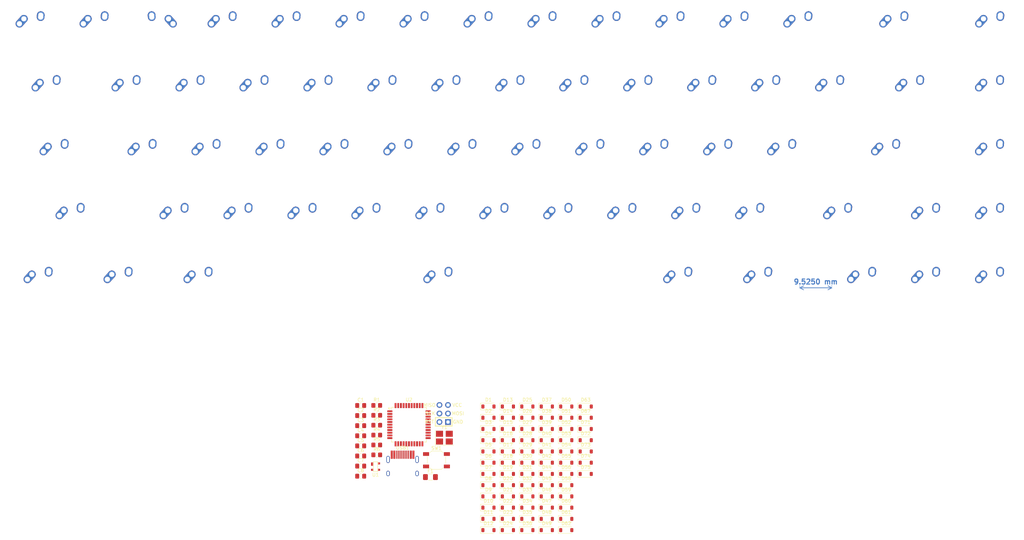
<source format=kicad_pcb>
(kicad_pcb (version 20240108) (generator "pcbnew") (generator_version "8.0")
  (layers (0 "F.Cu" signal) (31 "B.Cu" signal) (34 "B.Paste" user) (35 "F.Paste" user) (36 "B.SilkS" user "B.Silkscreen") (37 "F.SilkS" user "F.Silkscreen") (38 "B.Mask" user) (39 "F.Mask" user) (44 "Edge.Cuts" user))
  (net 0 "")
  (net 1 "Net-(U2-UCAP)")
  (net 2 "GND")
  (net 3 "XTAL1")
  (net 4 "XTAL2")
  (net 5 "+5V")
  (net 6 "row0")
  (net 7 "Net-(D1-A)")
  (net 8 "Net-(D2-A)")
  (net 9 "Net-(D3-A)")
  (net 10 "Net-(D4-A)")
  (net 11 "Net-(D5-A)")
  (net 12 "Net-(D6-A)")
  (net 13 "Net-(D7-A)")
  (net 14 "Net-(D8-A)")
  (net 15 "Net-(D9-A)")
  (net 16 "Net-(D10-A)")
  (net 17 "Net-(D11-A)")
  (net 18 "Net-(D12-A)")
  (net 19 "Net-(D13-A)")
  (net 20 "Net-(D14-A)")
  (net 21 "Net-(D15-A)")
  (net 22 "Net-(D16-A)")
  (net 23 "row1")
  (net 24 "Net-(D17-A)")
  (net 25 "Net-(D18-A)")
  (net 26 "Net-(D19-A)")
  (net 27 "Net-(D20-A)")
  (net 28 "Net-(D21-A)")
  (net 29 "Net-(D22-A)")
  (net 30 "Net-(D23-A)")
  (net 31 "Net-(D24-A)")
  (net 32 "Net-(D25-A)")
  (net 33 "Net-(D26-A)")
  (net 34 "Net-(D27-A)")
  (net 35 "Net-(D28-A)")
  (net 36 "Net-(D29-A)")
  (net 37 "Net-(D30-A)")
  (net 38 "row2")
  (net 39 "Net-(D31-A)")
  (net 40 "Net-(D32-A)")
  (net 41 "Net-(D33-A)")
  (net 42 "Net-(D34-A)")
  (net 43 "Net-(D35-A)")
  (net 44 "Net-(D36-A)")
  (net 45 "Net-(D37-A)")
  (net 46 "Net-(D38-A)")
  (net 47 "Net-(D39-A)")
  (net 48 "Net-(D40-A)")
  (net 49 "Net-(D41-A)")
  (net 50 "Net-(D42-A)")
  (net 51 "Net-(D44-A)")
  (net 52 "Net-(D45-A)")
  (net 53 "Net-(D46-A)")
  (net 54 "row3")
  (net 55 "Net-(D47-A)")
  (net 56 "Net-(D48-A)")
  (net 57 "Net-(D49-A)")
  (net 58 "Net-(D50-A)")
  (net 59 "Net-(D51-A)")
  (net 60 "Net-(D52-A)")
  (net 61 "Net-(D53-A)")
  (net 62 "Net-(D54-A)")
  (net 63 "Net-(D55-A)")
  (net 64 "Net-(D56-A)")
  (net 65 "Net-(D58-A)")
  (net 66 "Net-(D59-A)")
  (net 67 "Net-(D60-A)")
  (net 68 "Net-(D61-A)")
  (net 69 "row4")
  (net 70 "Net-(D62-A)")
  (net 71 "Net-(D63-A)")
  (net 72 "Net-(D67-A)")
  (net 73 "Net-(D71-A)")
  (net 74 "Net-(D72-A)")
  (net 75 "Net-(D73-A)")
  (net 76 "Net-(D74-A)")
  (net 77 "Net-(D75-A)")
  (net 78 "MISO")
  (net 79 "RESET")
  (net 80 "SCK")
  (net 81 "MOSI")
  (net 82 "Net-(U2-~{HWB}{slash}PE2)")
  (net 83 "D-")
  (net 84 "Net-(U1-IO2)")
  (net 85 "D+")
  (net 86 "Net-(U1-IO1)")
  (net 87 "Net-(USB1-CC1)")
  (net 88 "Net-(USB1-CC2)")
  (net 89 "col0")
  (net 90 "col1")
  (net 91 "col2")
  (net 92 "col3")
  (net 93 "col4")
  (net 94 "col5")
  (net 95 "col6")
  (net 96 "col7")
  (net 97 "col8")
  (net 98 "col9")
  (net 99 "col10")
  (net 100 "col11")
  (net 101 "col12")
  (net 102 "col13")
  (net 103 "col14")
  (footprint "Alps_MX_Stabilizers:MX-Alps-Hybrid-1U" (layer "F.Cu") (at 156.36875 149.225)
    (property "Reference" "SW36")
    (property "Value" "F")
  )
  (footprint "Diode_SMD:D_SOD-123" (layer "F.Cu") (at 230.7275 226.05625)
    (property "Reference" "D67")
    (property "Value" "D")
  )
  (footprint "Diode_SMD:D_SOD-123" (layer "F.Cu") (at 219.1375 236.10625)
    (property "Reference" "D41")
    (property "Value" "D")
  )
  (footprint "Diode_SMD:D_SOD-123" (layer "F.Cu") (at 201.7525 232.75625)
    (property "Reference" "D4")
    (property "Value" "D")
  )
  (footprint "Diode_SMD:D_SOD-123" (layer "F.Cu") (at 219.1375 226.05625)
    (property "Reference" "D38")
    (property "Value" "D")
  )
  (footprint "Resistor_SMD:R_0805_2012Metric_Pad1.20x1.40mm_HandSolder" (layer "F.Cu") (at 168.48625 225.325)
    (property "Reference" "R2")
    (property "Value" "R_Small")
  )
  (footprint "Diode_SMD:D_SOD-123" (layer "F.Cu") (at 201.7525 259.55625)
    (property "Reference" "D12")
    (property "Value" "D")
  )
  (footprint "Alps_MX_Stabilizers:MX-Alps-Hybrid-1U" (layer "F.Cu") (at 351.63125 187.325)
    (property "Reference" "SW76")
    (property "Value" "RIGHT")
  )
  (footprint "Alps_MX_Stabilizers:MX-Alps-Hybrid-1U" (layer "F.Cu") (at 137.31875 149.225)
    (property "Reference" "SW35")
    (property "Value" "D")
  )
  (footprint "Diode_SMD:D_SOD-123" (layer "F.Cu") (at 207.5475 232.75625)
    (property "Reference" "D16")
    (property "Value" "D")
  )
  (footprint "Alps_MX_Stabilizers:MX-Alps-Hybrid-1U" (layer "F.Cu") (at 304.00625 130.175)
    (property "Reference" "SW29")
    (property "Value" "]}")
  )
  (footprint "Diode_SMD:D_SOD-123" (layer "F.Cu") (at 224.9325 222.70625)
    (property "Reference" "D50")
    (property "Value" "D")
  )
  (footprint "Diode_SMD:D_SOD-123" (layer "F.Cu") (at 224.9325 252.85625)
    (property "Reference" "D60")
    (property "Value" "D")
  )
  (footprint "Alps_MX_Stabilizers:MX-Alps-Hybrid-1U" (layer "F.Cu") (at 232.56875 149.225)
    (property "Reference" "SW40")
    (property "Value" "K")
  )
  (footprint "Diode_SMD:D_SOD-123" (layer "F.Cu") (at 201.7525 226.05625)
    (property "Reference" "D2")
    (property "Value" "D")
  )
  (footprint "Capacitor_SMD:C_0805_2012Metric_Pad1.18x1.45mm_HandSolder" (layer "F.Cu") (at 163.70625 222.405)
    (property "Reference" "C1")
    (property "Value" "1u")
  )
  (footprint "Diode_SMD:D_SOD-123" (layer "F.Cu") (at 219.1375 256.20625)
    (property "Reference" "D48")
    (property "Value" "D")
  )
  (footprint "Capacitor_SMD:C_0805_2012Metric_Pad1.18x1.45mm_HandSolder" (layer "F.Cu") (at 163.70625 243.475)
    (property "Reference" "C8")
    (property "Value" "10u")
  )
  (footprint "Diode_SMD:D_SOD-123" (layer "F.Cu") (at 230.7275 242.80625)
    (property "Reference" "D75")
    (property "Value" "D")
  )
  (footprint "Diode_SMD:D_SOD-123" (layer "F.Cu") (at 224.9325 259.55625)
    (property "Reference" "D62")
    (property "Value" "D")
  )
  (footprint "Alps_MX_Stabilizers:MX-Alps-Hybrid-1U" (layer "F.Cu") (at 208.75625 130.175)
    (property "Reference" "SW24")
    (property "Value" "U")
  )
  (footprint "random-keyboard-parts.pretty-master:SOT143B" (layer "F.Cu") (at 168.13625 240.625)
    (property "Reference" "U1")
    (property "Value" "PRTR5V0U2X")
  )
  (footprint "Diode_SMD:D_SOD-123" (layer "F.Cu") (at 230.7275 239.45625)
    (property "Reference" "D74")
    (property "Value" "D")
  )
  (footprint "Alps_MX_Stabilizers:MX-Alps-Hybrid-1.25U" (layer "F.Cu") (at 115.8875 187.325)
    (property "Reference" "SW64")
    (property "Value" "LALT")
  )
  (footprint "Alps_MX_Stabilizers:MX-Alps-Hybrid-1U" (layer "F.Cu") (at 246.85625 130.175)
    (property "Reference" "SW26")
    (property "Value" "O")
  )
  (footprint "Alps_MX_Stabilizers:MX-Alps-Hybrid-1U" (layer "F.Cu") (at 265.90625 130.175)
    (property "Reference" "SW27")
    (property "Value" "P")
  )
  (footprint "Diode_SMD:D_SOD-123" (layer "F.Cu") (at 230.7275 236.10625)
    (property "Reference" "D73")
    (property "Value" "D")
  )
  (footprint "Alps_MX_Stabilizers:MX-Alps-Hybrid-1U" (layer "F.Cu") (at 351.6825 111.125)
    (property "Reference" "SW16")
    (property "Value" "PGUP")
  )
  (footprint "Diode_SMD:D_SOD-123" (layer "F.Cu") (at 201.7525 252.85625)
    (property "Reference" "D10")
    (property "Value" "D")
  )
  (footprint "Resistor_SMD:R_0805_2012Metric_Pad1.20x1.40mm_HandSolder" (layer "F.Cu") (at 168.48625 231.225)
    (property "Reference" "R4")
    (property "Value" "22")
  )
  (footprint "Alps_MX_Stabilizers:MX-Alps-Hybrid-1U" (layer "F.Cu") (at 94.45625 130.175)
    (property "Reference" "SW18")
    (property "Value" "Q")
  )
  (footprint "Alps_MX_Stabilizers:MX-Alps-Hybrid-1U" (layer "F.Cu") (at 84.93125 111.1318)
    (property "Reference" "SW3")
    (property "Value" "1!")
  )
  (footprint "Diode_SMD:D_SOD-123" (layer "F.Cu") (at 201.7525 249.50625)
    (property "Reference" "D9")
    (property "Value" "D")
  )
  (footprint "Alps_MX_Stabilizers:MX-Alps-Hybrid-1U" (layer "F.Cu") (at 351.63125 130.175)
    (property "Reference" "SW31")
    (property "Value" "PGDN")
  )
  (footprint "Diode_SMD:D_SOD-123" (layer "F.Cu") (at 219.1375 232.75625)
    (property "Reference" "D40")
    (property "Value" "D")
  )
  (footprint "Diode_SMD:D_SOD-123" (layer "F.Cu") (at 219.1375 259.55625)
    (property "Reference" "D49")
    (property "Value" "D")
  )
  (footprint "Diode_SMD:D_SOD-123" (layer "F.Cu") (at 224.9325 226.05625)
    (property "Reference" "D51")
    (property "Value" "D")
  )
  (footprint "Package_QFP:TQFP-44_10x10mm_P0.8mm" (layer "F.Cu") (at 178.08625 228.125)
    (property "Reference" "U2")
    (property "Value" "ATmega32U4-A")
  )
  (footprint "Alps_MX_Stabilizers:MX-Alps-Hybrid-1U" (layer "F.Cu") (at 332.58125 168.275)
    (property "Reference" "SW60")
    (property "Value" "UP")
  )
  (footprint "Diode_SMD:D_SOD-123" (layer "F.Cu") (at 207.5475 226.05625)
    (property "Reference" "D14")
    (property "Value" "D")
  )
  (footprint "Diode_SMD:D_SOD-123" (layer "F.Cu") (at 219.1375 242.80625)
    (property "Reference" "D44")
    (property "Value" "D")
  )
  (footprint "Diode_SMD:D_SOD-123" (layer "F.Cu") (at 201.7525 242.80625)
    (property "Reference" "D7")
    (property "Value" "D")
  )
  (footprint "Alps_MX_Stabilizers:MX-Alps-Hybrid-2.25U" (layer "F.Cu") (at 77.7875 168.275)
    (property "Reference" "SW47")
    (property "Value" "LSHIFT")
  )
  (footprint "Diode_SMD:D_SOD-123" (layer "F.Cu") (at 219.1375 229.40625)
    (property "Reference" "D39")
    (property "Value" "D")
  )
  (footprint "Alps_MX_Stabilizers:MX-Alps-Hybrid-1U" (layer "F.Cu") (at 351.63125 149.225)
    (property "Reference" "SW46")
    (property "Value" "INSERT")
  )
  (footprint "Diode_SMD:D_SOD-123" (layer "F.Cu") (at 224.9325 236.10625)
    (property "Reference" "D54")
    (property "Value" "D")
  )
  (footprint "Diode_SMD:D_SOD-123" (layer "F.Cu") (at 207.5475 252.85625)
    (property "Reference" "D22")
    (property "Value" "D")
  )
  (footprint "Capacitor_SMD:C_0805_2012Metric_Pad1.18x1.45mm_HandSolder" (layer "F.Cu") (at 163.70625 234.445)
    (property "Reference" "C5")
    (property "Value" "0.1u")
  )
  (footprint "Diode_SMD:D_SOD-123" (layer "F.Cu") (at 207.5475 222.70625)
    (property "Reference" "D13")
    (property "Value" "D")
  )
  (footprint "Resistor_SMD:R_0805_2012Metric_Pad1.20x1.40mm_HandSolder" (layer "F.Cu") (at 168.48625 237.125)
    (property "Reference" "R6")
    (property "Value" "5.1k")
  )
  (footprint "Capacitor_SMD:C_0805_2012Metric_Pad1.18x1.45mm_HandSolder" (layer "F.Cu") (at 163.70625 228.425)
    (property "Reference" "C3")
    (property "Value" "22p")
  )
  (footprint "Alps_MX_Stabilizers:MX-Alps-Hybrid-1.75U" (layer "F.Cu") (at 73.025 149.225)
    (property "Reference" "SW32")
    (property "Value" "CAPS")
  )
  (footprint "Capacitor_SMD:C_0805_2012Metric_Pad1.18x1.45mm_HandSolder" (layer "F.Cu") (at 163.70625 231.435)
    (property "Reference" "C4")
    (property "Value" "0.1u")
  )
  (footprint "Diode_SMD:D_SOD-123" (layer "F.Cu") (at 201.7525 229.40625)
    (property "Reference" "D3")
    (property "Value" "D")
  )
  (footprint "Alps_MX_Stabilizers:MX-Alps-Hybrid-1.75U" (layer "F.Cu") (at 306.3875 168.275)
    (property "Reference" "SW59")
    (property "Value" "RSHIFT")
  )
  (footprint "Diode_SMD:D_SOD-123" (layer "F.Cu") (at 207.5475 259.55625)
    (property "Reference" "D24")
    (property "Value" "D")
  )
  (footprint "Alps_MX_Stabilizers:MX-Alps-Hybrid-1U" (layer "F.Cu") (at 256.44875 111.135)
    (property "Reference" "SW12")
    (property "Value" "0)")
  )
  (footprint "Diode_SMD:D_SOD-123" (layer "F.Cu") (at 224.9325 232.75625)
    (property "Reference" "D53")
    (property "Value" "D")
  )
  (footprint "Alps_MX_Stabilizers:MX-Alps-Hybrid-1U" (layer "F.Cu") (at 113.50625 130.175)
    (property "Reference" "SW19")
    (property "Value" "W")
  )
  (footprint "Alps_MX_Stabilizers:MX-Alps-Hybrid-1U" (layer "F.Cu") (at 203.99375 168.275)
    (property "Reference" "SW53")
    (property "Value" "N")
  )
  (footprint "Diode_SMD:D_SOD-123" (layer "F.Cu") (at 213.3425 252.85625)
    (property "Reference" "D34")
    (property "Value" "D")
  )
  (footprint "Alps_MX_Stabilizers:MX-Alps-Hybrid-1U" (layer "F.Cu") (at 108.74375 168.275)
    (property "Reference" "SW48")
    (property "Value" "Z")
  )
  (footprint "Capacitor_SMD:C_0805_2012Metric_Pad1.18x1.45mm_HandSolder" (layer "F.Cu") (at 163.70625 237.455)
    (property "Reference" "C6")
    (property "Value" "0.1u")
  )
  (footprint "Alps_MX_Stabilizers:MX-Alps-Hybrid-1.25U" (layer "F.Cu") (at 258.7625 187.325)
    (property "Reference" "SW72")
    (property "Value" "RALT")
  )
  (footprint "Alps_MX_Stabilizers:MX-Alps-Hybrid-1.25U" (layer "F.Cu") (at 282.575 187.325)
    (property "Reference" "SW73")
    (property "Value" "FUNC")
  )
  (footprint "Capacitor_SMD:C_0805_2012Metric_Pad1.18x1.45mm_HandSolder" (layer "F.Cu") (at 163.70625 225.415)
    (property "Reference" "C2")
    (property "Value" "22p")
  )
  (footprint "Alps_MX_Stabilizers:MX-Alps-Hybrid-1U" (layer "F.Cu") (at 242.09375 168.275)
    (property "Reference" "SW55")
    (property "Value" ",<")
  )
  (footprint "Alps_MX_Stabilizers:MX-Alps-Hybrid-1U" (layer "F.Cu") (at 142.10875 111.135)
    (property "Reference" "SW6")
    (property "Value" "4$")
  )
  (footprint "Alps_MX_Stabilizers:MX-Alps-Hybrid-1U" (layer "F.Cu") (at 165.89375 168.275)
    (property "Reference" "SW51")
    (property "Value" "V")
  )
  (footprint "Diode_SMD:D_SOD-123" (layer "F.Cu") (at 207.5475 242.80625)
    (property "Reference" "D19")
    (property "Value" "D")
  )
  (footprint "Alps_MX_Stabilizers:MX-Alps-Hybrid-1U" (layer "F.Cu") (at 275.49875 111.135)
    (property "Reference" "SW13")
    (property "Value" "-_")
  )
  (footprint "Diode_SMD:D_SOD-123" (layer "F.Cu") (at 207.5475 246.15625)
    (property "Reference" "D20")
    (property "Value" "D")
  )
  (footprint "Alps_MX_Stabilizers:MX-Alps-Hybrid-1U" (layer "F.Cu") (at 280.19375 168.275)
    (property "Reference" "SW57")
    (property "Value" "/?")
  )
  (footprint "Diode_SMD:D_SOD-123" (layer "F.Cu") (at 213.3425 242.80625)
    (property "Reference" "D31")
    (property "Value" "D")
  )
  (footprint "Alps_MX_Stabilizers:MX-Alps-Hybrid-1U" (layer "F.Cu") (at 270.66875 149.225)
    (property "Reference" "SW42")
    (property "Value" ";:")
  )
  (footprint "Alps_MX_Stabilizers:MX-Alps-Hybrid-1U" (layer "F.Cu") (at 65.88125 111.1318)
    (property "Reference" "SW2")
    (property "Value" "`~")
  )
  (footprint "Alps_MX_Stabilizers:MX-Alps-Hybrid-1U" (layer "F.Cu") (at 189.70625 130.175)
    (property "Reference" "SW23")
    (property "Value" "Y")
  )
  (footprint "Alps_MX_Stabilizers:MX-Alps-Hybrid-1.25U" (layer "F.Cu") (at 92.075 187.325)
    (property "Reference" "SW63")
    (property "Value" "START")
  )
  (footprint "Alps_MX_Stabilizers:MX-Alps-Hybrid-1U" (layer "F.Cu") (at 313.53125 187.325)
    (property "Reference" "SW74")
    (property "Value" "LEFT")
  )
  (footprint "Diode_SMD:D_SOD-123" (layer "F.Cu") (at 213.3425 239.45625)
    (property "Reference" "D30")
    (property "Value" "D")
  )
  (footprint "Alps_MX_Stabilizers:MX-Alps-Hybrid-1U" (layer "F.Cu") (at 132.55625 130.175)
    (property "Reference" "SW20")
    (property "Value" "E")
  )
  (footprint "Alps_MX_Stabilizers:MX-Alps-Hybrid-1U" (layer "F.Cu") (at 284.95625 130.175)
    (property "Reference" "SW28")
    (property "Value" "[{")
  )
  (footprint "Alps_MX_Stabilizers:MX-Alps-Hybrid-1U" (layer "F.Cu") (at 227.80625 130.175)
    (property "Reference" "SW25")
    (property "Value" "I")
  )
  (footprint "Alps_MX_Stabilizers:MX-Alps-Hybrid-1U" (layer "F.Cu") (at 123.05875 111.135)
    (property "Reference" "SW5")
    (property "Value" "3#")
  )
  (footprint "Diode_SMD:D_SOD-123" (layer "F.Cu") (at 224.9325 249.50625)
    (property "Reference" "D59")
    (property "Value" "D")
  )
  (footprint "Alps_MX_Stabilizers:MX-Alps-Hybrid-1U" (layer "F.Cu") (at 251.61875 149.225)
    (property "Reference" "SW41")
    (property "Value" "L")
  )
  (footprint "Alps_MX_Stabilizers:MX-Alps-Hybrid-1U" (layer "F.Cu") (at 180.21875 111.125)
    (property "Reference" "SW8")
    (property "Value" "6^")
  )
  (footprint "Diode_SMD:D_SOD-123" (layer "F.Cu") (at 201.7525 246.15625)
    (property "Reference" "D8")
    (property "Value" "D")
  )
  (footprint "Capacitor_SMD:C_0805_2012Metric_Pad1.18x1.45mm_HandSolder" (layer "F.Cu") (at 163.70625 240.465)
    (property "Reference" "C7")
    (property "Value" "0.1u")
  )
  (footprint "Diode_SMD:D_SOD-123" (layer "F.Cu") (at 230.7275 222.70625)
    (property "Reference" "D63")
    (property "Value" "D")
  )
  (footprint "Diode_SMD:D_SOD-123" (layer "F.Cu") (at 213.3425 259.55625)
    (property "Reference" "D36")
    (property "Value" "D")
  )
  (footprint "Diode_SMD:D_SOD-123" (layer "F.Cu") (at 213.3425 232.75625)
    (property "Reference" "D28")
    (property "Value" "D")
  )
  (footprint "Alps_MX_Stabilizers:MX-Alps-Hybrid-1U" (layer "F.Cu") (at 223.04375 168.275)
    (property "Reference" "SW54")
    (property "Value" "M")
  )
  (footprint "Diode_SMD:D_SOD-123" (layer "F.Cu") (at 219.1375 252.85625)
    (property "Reference" "D47")
    (property "Value" "D")
  )
  (footprint "Diode_SMD:D_SOD-123" (layer "F.Cu") (at 230.7275 232.75625)
    (property "Reference" "D72")
    (property "Value" "D")
  )
  (footprint "Alps_MX_Stabilizers:MX-Alps-Hybrid-1U" (layer "F.Cu") (at 99.21875 149.225)
    (property "Reference" "SW33")
    (property "Value" "A")
  )
  (footprint "Diode_SMD:D_SOD-123" (layer "F.Cu") (at 207.5475 236.10625)
    (property "Reference" "D17")
    (property "Value" "D")
  )
  (footprint "Button_Switch_SMD:SW_SPST_SKQG_WithStem" (layer "F.Cu") (at 186.27625 238.725)
    (property "Reference" "SW1")
    (property "Value" "SW_SKQG")
  )
  (footprint "Diode_SMD:D_SOD-123" (layer "F.Cu") (at 213.3425 256.20625)
    (property "Reference" "D35")
    (property "Value" "D")
  )
  (footprint "Resistor_SMD:R_0805_2012Metric_Pad1.20x1.40mm_HandSolder" (layer "F.Cu") (at 168.48625 228.275)
    (property "Reference" "R3")
    (property "Value" "22")
  )
  (footprint "Diode_SMD:D_SOD-123" (layer "F.Cu") (at 224.9325 246.15625)
    (property "Reference" "D58")
    (property "Value" "D")
  )
  (footprint "Alps_MX_Stabilizers:MX-Alps-Hybrid-1.5U" (layer "F.Cu") (at 327.81875 130.175)
    (property "Reference" "SW30")
    (property "Value" "\\|")
  )
  (footprint "Type-C.pretty-master:HRO-TYPE-C-31-M-12-HandSoldering" (layer "F.Cu") (at 176.18125 245.27)
    (property "Reference" "USB1")
    (property "Value" "HRO-TYPE-C-31-M-12")
  )
  (footprint "Diode_SMD:D_SOD-123" (layer "F.Cu") (at 213.3425 249.50625)
    (property "Reference" "D33")
    (property "Value" "D")
  )
  (footprint "Alps_MX_Stabilizers:MX-Alps-Hybrid-1U" (layer "F.Cu") (at 184.94375 168.275)
    (property "Reference" "SW52")
    (property "Value" "B")
  )
  (footprint "Resistor_SMD:R_0805_2012Metric_Pad1.20x1.40mm_HandSolder" (layer "F.Cu") (at 168.48625 234.175)
    (property "Reference" "R5")
    (property "Value" "5.1k")
  )
  (footprint "Alps_MX_Stabilizers:MX-Alps-Hybrid-1U" (layer "F.Cu") (at 175.41875 149.225)
    (property "Reference" "SW37")
    (property "Value" "G")
  )
  (footprint "Diode_SMD:D_SOD-123" (layer "F.Cu") (at 207.5475 249.50625)
    (property "Reference" "D21")
    (property "Value" "D")
  )
  (footprint "Diode_SMD:D_SOD-123" (layer "F.Cu") (at 219.1375 239.45625)
    (property "Reference" "D42")
    (property "Value" "D")
  )
  (footprint "Resistor_SMD:R_0805_2012Metric_Pad1.20x1.40mm_HandSolder" (layer "F.Cu") (at 168.48625 222.375)
    (property "Reference" "R1")
    (property "Value" "R_Small")
  )
  (footprint "Diode_SMD:D_SOD-123" (layer "F.Cu") (at 207.5475 239.45625)
    (property "Reference" "D18")
    (property "Value" "D")
  )
  (footprint "Crystal:Crystal_SMD_3225-4Pin_3.2x2.5mm_HandSoldering" (layer "F.Cu") (at 188.63625 231.985)
    (property "Reference" "Y1")
    (property "Value" "Crystal_GND24_Small")
  )
  (footprint "Diode_SMD:D_SOD-123" (layer "F.Cu") (at 201.7525 239.45625)
    (property "Reference" "D6")
    (property "Value" "D")
  )
  (footprint "Diode_SMD:D_SOD-123" (layer "F.Cu") (at 224.9325 256.20625)
    (property "Reference" "D61")
    (property "Value" "D")
  )
  (footprint "Diode_SMD:D_SOD-123" (layer "F.Cu") (at 224.9325 229.40625)
    (property "Reference" "D52")
    (property "Value" "D")
  )
  (footprint "Alps_MX_Stabilizers:MX-Alps-Hybrid-1U" (layer "F.Cu") (at 146.84375 168.275)
    (property "Reference" "SW50")
    (property "Value" "C")
  )
  (footprint "Alps_MX_Stabilizers:MX-Alps-Hybrid-2U" (layer "F.Cu") (at 323.1075 111.125)
    (property "Reference" "SW15")
    (property "Value" "BSPC")
  )
  (footprint "Alps_MX_Stabilizers:MX-Alps-Hybrid-6.25U" (layer "F.Cu") (at 187.325 187.325)
    (property "Reference" "SW68")
    (property "Value" "SPACE")
  )
  (footprint "Alps_MX_Stabilizers:MX-Alps-Hybrid-1U" (layer "F.Cu") (at 161.16875 111.125)
    (property "Reference" "SW7")
    (property "Value" "5%")
  )
  (footprint "Alps_MX_Stabilizers:MX-Alps-Hybrid-1.25U" (layer "F.Cu") (at 68.2625 187.325)
    (property "Reference" "SW62")
    (property "Value" "LCTRL")
  )
  (footprint "Alps_MX_Stabilizers:MX-Alps-Hybrid-1U" (layer "F.Cu") (at 199.2825 111.125)
    (property "Reference" "SW9")
    (property "Value" "7&")
  )
  (footprint "Alps_MX_Stabilizers:MX-Alps-Hybrid-1U" (layer "F.Cu") (at 194.46875 149.225)
    (property "Reference" "SW38")
    (property "Value" "H")
  )
  (footprint "Diode_SMD:D_SOD-123" (layer "F.Cu") (at 213.3425 226.05625)
    (property "Reference" "D26")
    (property "Value" "D")
  )
  (footprint "Alps_MX_Stabilizers:MX-Alps-Hybrid-1U" (layer "F.Cu") (at 170.65625 130.175)
    (property "Reference" "SW22")
    (property "Value" "T")
  )
  (footprint "Diode_SMD:D_SOD-123" (layer "F.Cu") (at 219.1375 222.70625)
    (property "Reference" "D37")
    (property "Value" "D")
  )
  (footprint "Diode_SMD:D_SOD-123" (layer "F.Cu") (at 230.7275 229.40625)
    (property "Reference" "D71")
    (property "Value" "D")
  )
  (footprint "Alps_MX_Stabilizers:MX-Alps-Hybrid-1U" (layer "F.Cu") (at 151.60625 130.175)
    (property "Reference" "SW21")
    (property "Value" "R")
  )
  (footprint "Alps_MX_Stabilizers:MX-Alps-Hybrid-1U" (layer "F.Cu") (at 261.14375 168.275)
    (property "Reference" "SW56")
    (property "Value" ".>")
  )
  (footprint "Diode_SMD:D_SOD-123" (layer "F.Cu") (at 213.3425 236.10625)
    (property "Reference" "D29")
    (property "Value" "D")
  )
  (footprint "Alps_MX_Stabilizers:MX-Alps-Hybrid-1U" (layer "F.Cu") (at 218.32875 111.125)
    (property "Reference" "SW10")
    (property "Value" "8*")
  )
  (footprint "Diode_SMD:D_SOD-123" (layer "F.Cu") (at 219.1375 246.15625)
    (property "Reference" "D45")
    (property "Value" "D")
  )
  (footprint "Alps_MX_Stabilizers:MX-Alps-Hybrid-1U" (layer "F.Cu") (at 127.79375 168.275)
    (property "Reference" "SW49")
    (property "Value" "X")
  )
  (footprint "Diode_SMD:D_SOD-123" (layer "F.Cu") (at 213.3425 246.15625)
    (property "Reference" "D32")
    (property "Value" "D")
  )
  (footprint "Diode_SMD:D_SOD-123" (layer "F.Cu") (at 213.3425 229.40625)
    (property "Reference" "D27")
    (property "Value" "D")
  )
  (footprint "Diode_SMD:D_SOD-123" (layer "F.Cu") (at 201.7525 222.70625)
    (property "Reference" "D1")
    (property "Value" "D")
  )
  (footprint "Diode_SMD:D_SOD-123" (layer "F.Cu") (at 213.3425 222.70625)
    (property "Reference" "D25")
    (property "Value" "D")
  )
  (footprint "Alps_MX_Stabilizers:MX-Alps-Hybrid-2.25U" (layer "F.Cu") (at 320.675 149.225)
    (property "Reference" "SW45")
    (property "Value" "ENTER")
  )
  (footprint "Alps_MX_Stabilizers:MX-Alps-Hybrid-1U" (layer "F.Cu") (at 351.63125 168.275)
    (property "Reference" "SW61")
    (property "Value" "DELETE")
  )
  (footprint "Alps_MX_Stabilizers:MX-Alps-Hybrid-1U" (layer "F.Cu") (at 118.26875 149.225)
    (property "Reference" "SW34")
    (property "Value" "S")
  )
  (footprint "random-keyboard-parts.pretty-master:Reset_Pretty-Mask" (layer "F.Cu") (at 188.43625 224.79)
    (property "Reference" "J1")
    (property "Value" "AVR-ISP-6")
  )
  (footprint "Alps_MX_Stabilizers:MX-Alps-Hybrid-1U" (layer "F.Cu") (at 213.51875 149.225)
    (property "Reference" "SW39")
    (property "Value" "J")
  )
  (footprint "Diode_SMD:D_SOD-123" (layer "F.Cu") (at 207.5475 229.40625)
    (property "Reference" "D15")
    (property "Value" "D")
  )
  (footprint "Alps_MX_Stabilizers:MX-Alps-Hybrid-1.5U" (layer "F.Cu") (at 70.64375 130.175)
    (property "Reference" "SW17")
    (property "Value" "TAB")
  )
  (footprint "Diode_SMD:D_SOD-123" (layer "F.Cu") (at 201.7525 236.10625)
    (property "Reference" "D5")
    (property "Value" "D")
  )
  (footprint "Alps_MX_Stabilizers:MX-Alps-Hybrid-1U" (layer "F.Cu") (at 237.38875 111.13305)
    (property "Reference" "SW11")
    (property "Value" "9(")
  )
  (footprint "Diode_SMD:D_SOD-123" (layer "F.Cu") (at 207.5475 256.20625)
    (property "Reference" "D23")
    (property "Value" "D")
  )
  (footprint "Alps_MX_Stabilizers:MX-Alps-Hybrid-1U" (layer "F.Cu") (at 294.5325 111.125)
    (property "Reference" "SW14")
    (property "Value" "=+")
  )
  (footprint "Diode_SMD:D_SOD-123" (layer "F.Cu") (at 224.9325 239.45625)
    (property "Reference" "D55")
    (property "Value" "D")
  )
  (footprint "Fuse:Fuse_1206_3216Metric_Pad1.42x1.75mm_HandSolder" (layer "F.Cu") (at 184.47625 243.745)
    (property "Reference" "F1")
    (property "Value" "500m")
  )
  (footprint "Alps_MX_Stabilizers:MX-Alps-Hybrid-1U" (layer "F.Cu") (at 289.71875 149.225)
    (property "Reference" "SW43")
    (property "Value" "'\"")
  )
  (footprint "Diode_SMD:D_SOD-123" (layer "F.Cu") (at 201.7525 256.20625)
    (property "Reference" "D11")
    (property "Value" "D")
  )
  (footprint "Diode_SMD:D_SOD-123" (layer "F.Cu") (at 219.1375 249.50625)
    (property "Reference" "D46")
    (property "Value" "D")
  )
  (footprint "Diode_SMD:D_SOD-123" (layer "F.Cu") (at 224.9325 242.80625)
    (property "Reference" "D56")
    (property "Value" "D")
  )
  (footprint "Alps_MX_Stabilizers:MX-Alps-Hybrid-1U" (layer "F.Cu") (at 332.58125 187.325)
    (property "Reference" "SW75")
    (property "Value" "DOWN")
  )
  (footprint "Alps_MX_Stabilizers:MX-Alps-Hybrid-1U" (layer "B.Cu") (at 103.97875 111.1325 180)
    (property "Reference" "SW4")
    (property "Value" "2@")
  )
  (dimension (type aligned) (layer "B.Cu") (pts (xy 294.48125 187.325) (xy 304.00625 187.325)) (height 0) (gr_text "9.5250 mm" (at 299.24375 185.525 0) (layer "B.Cu") (effects (font (size 1.5 1.5) (thickness 0.3)))) (format (prefix "") (suffix "") (units 3) (units_format 1) (precision 4)) (style (thickness 0.2) (arrow_length 1.27) (text_position_mode 0) (extension_height 0.58642) (extension_offset 0.5) keep_text_aligned))
)
</source>
